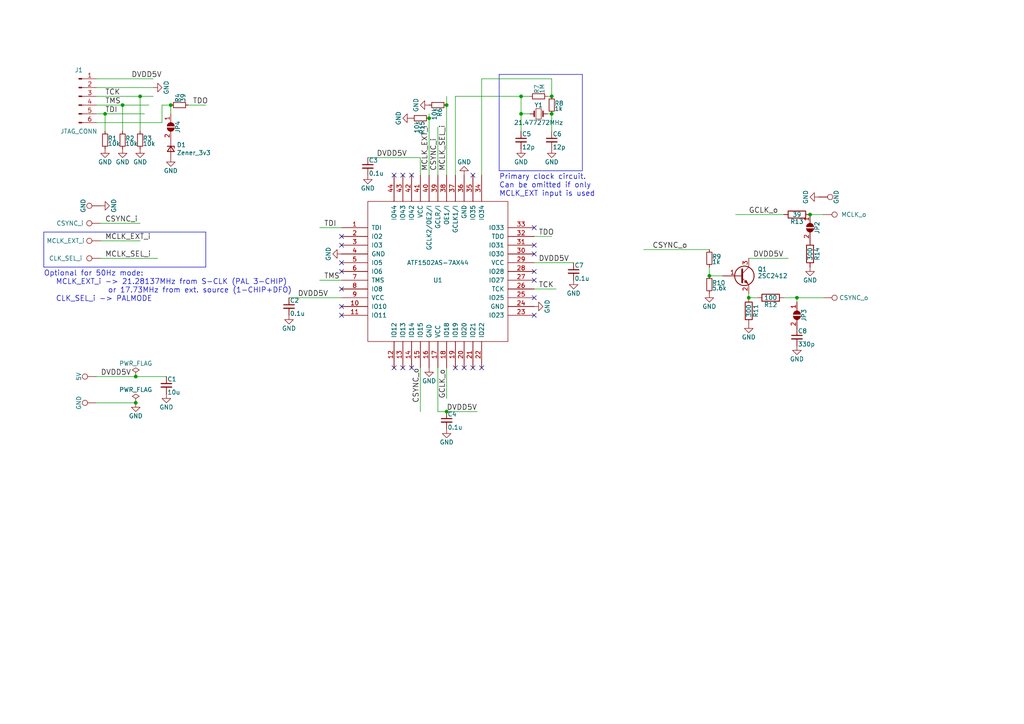
<source format=kicad_sch>
(kicad_sch (version 20221206) (generator eeschema)
  (paper "A4")
  (title_block (title "snes_dejitter") (date "2018-08-01") (rev "1.3"))
  (lib_symbols
    (symbol "Connector:Conn_01x06_Male" (pin_names (offset 1.016) hide)
      (property "Reference" "J" (at 0 7.62 0))
      (property "Value" "Conn_01x06_Male" (at 0 -10.16 0))
      (symbol "Conn_01x06_Male_1_1"
        (polyline (pts (xy 1.27 -7.62) (xy 0.8636 -7.62)) (stroke (width 0.1524)))
        (polyline (pts (xy 1.27 -5.08) (xy 0.8636 -5.08)) (stroke (width 0.1524)))
        (polyline (pts (xy 1.27 -2.54) (xy 0.8636 -2.54)) (stroke (width 0.1524)))
        (polyline (pts (xy 1.27 0) (xy 0.8636 0)) (stroke (width 0.1524)))
        (polyline (pts (xy 1.27 2.54) (xy 0.8636 2.54)) (stroke (width 0.1524)))
        (polyline (pts (xy 1.27 5.08) (xy 0.8636 5.08)) (stroke (width 0.1524)))
        (rectangle (start 0.8636 -7.493) (end 0 -7.747) (stroke (width 0.1524)) (fill (type outline)))
        (rectangle (start 0.8636 -4.953) (end 0 -5.207) (stroke (width 0.1524)) (fill (type outline)))
        (rectangle (start 0.8636 -2.413) (end 0 -2.667) (stroke (width 0.1524)) (fill (type outline)))
        (rectangle (start 0.8636 0.127) (end 0 -0.127) (stroke (width 0.1524)) (fill (type outline)))
        (rectangle (start 0.8636 2.667) (end 0 2.413) (stroke (width 0.1524)) (fill (type outline)))
        (rectangle (start 0.8636 5.207) (end 0 4.953) (stroke (width 0.1524)) (fill (type outline)))
        (pin passive line (at 5.08 5.08 180) (length 3.81) (name "Pin_1") (number "1"))
        (pin passive line (at 5.08 2.54 180) (length 3.81) (name "Pin_2") (number "2"))
        (pin passive line (at 5.08 0 180) (length 3.81) (name "Pin_3") (number "3"))
        (pin passive line (at 5.08 -2.54 180) (length 3.81) (name "Pin_4") (number "4"))
        (pin passive line (at 5.08 -5.08 180) (length 3.81) (name "Pin_5") (number "5"))
        (pin passive line (at 5.08 -7.62 180) (length 3.81) (name "Pin_6") (number "6"))
      )
    )
    (symbol "Connector:TestPoint" (pin_numbers hide) (pin_names (offset 0.762) hide)
      (property "Reference" "TP" (at 0 6.858 0))
      (property "Value" "TestPoint" (at 0 5.08 0))
      (symbol "TestPoint_0_1"
        (circle (center 0 3.302) (radius 0.762))
      )
      (symbol "TestPoint_1_1"
        (pin passive line (at 0 0 90) (length 2.54) (name "1") (number "1"))
      )
    )
    (symbol "Device:C_Small" (pin_numbers hide) (pin_names (offset 0.254) hide)
      (property "Reference" "C" (at 0.254 1.778 0))
      (property "Value" "C_Small" (at 0.254 -2.032 0))
      (symbol "C_Small_0_1"
        (polyline (pts (xy -1.524 -0.508) (xy 1.524 -0.508)) (stroke (width 0.3302)))
        (polyline (pts (xy -1.524 0.508) (xy 1.524 0.508)) (stroke (width 0.3048)))
      )
      (symbol "C_Small_1_1"
        (pin passive line (at 0 2.54 270) (length 2.032) (name "~") (number "1"))
        (pin passive line (at 0 -2.54 90) (length 2.032) (name "~") (number "2"))
      )
    )
    (symbol "Device:Crystal_Small" (pin_numbers hide) (pin_names (offset 1.016) hide)
      (property "Reference" "Y" (at 0 2.54 0))
      (property "Value" "Crystal_Small" (at 0 -2.54 0))
      (symbol "Crystal_Small_0_1"
        (rectangle (start -0.762 -1.524) (end 0.762 1.524))
        (polyline (pts (xy -1.27 -0.762) (xy -1.27 0.762)) (stroke (width 0.381)))
        (polyline (pts (xy 1.27 -0.762) (xy 1.27 0.762)) (stroke (width 0.381)))
      )
      (symbol "Crystal_Small_1_1"
        (pin passive line (at -2.54 0 0) (length 1.27) (name "1") (number "1"))
        (pin passive line (at 2.54 0 180) (length 1.27) (name "2") (number "2"))
      )
    )
    (symbol "Device:D_Zener_Small" (pin_numbers hide) (pin_names (offset 0.254) hide)
      (property "Reference" "D" (at 0 2.286 0))
      (property "Value" "D_Zener_Small" (at 0 -2.286 0))
      (symbol "D_Zener_Small_0_1"
        (polyline (pts (xy 0.762 0) (xy -0.762 0)))
        (polyline (pts (xy -0.254 1.016) (xy -0.762 1.016) (xy -0.762 -1.016)) (stroke (width 0.254)))
        (polyline (pts (xy 0.762 1.016) (xy -0.762 0) (xy 0.762 -1.016) (xy 0.762 1.016)) (stroke (width 0.254)))
      )
      (symbol "D_Zener_Small_1_1"
        (pin passive line (at -2.54 0 0) (length 1.778) (name "K") (number "1"))
        (pin passive line (at 2.54 0 180) (length 1.778) (name "A") (number "2"))
      )
    )
    (symbol "Device:R" (pin_numbers hide) (pin_names (offset 0))
      (property "Reference" "R" (at 2.032 0 90))
      (property "Value" "R" (at 0 0 90))
      (symbol "R_0_1"
        (rectangle (start -1.016 -2.54) (end 1.016 2.54) (stroke (width 0.254)))
      )
      (symbol "R_1_1"
        (pin passive line (at 0 3.81 270) (length 1.27) (name "~") (number "1"))
        (pin passive line (at 0 -3.81 90) (length 1.27) (name "~") (number "2"))
      )
    )
    (symbol "Device:R_Small" (pin_numbers hide) (pin_names (offset 0.254) hide)
      (property "Reference" "R" (at 0.762 0.508 0))
      (property "Value" "R_Small" (at 0.762 -1.016 0))
      (symbol "R_Small_0_1"
        (rectangle (start -0.762 1.778) (end 0.762 -1.778) (stroke (width 0.2032)))
      )
      (symbol "R_Small_1_1"
        (pin passive line (at 0 2.54 270) (length 0.762) (name "~") (number "1"))
        (pin passive line (at 0 -2.54 90) (length 0.762) (name "~") (number "2"))
      )
    )
    (symbol "Jumper:SolderJumper_2_Open" (pin_names (offset 0) hide)
      (property "Reference" "JP" (at 0 2.032 0))
      (property "Value" "SolderJumper_2_Open" (at 0 -2.54 0))
      (symbol "SolderJumper_2_Open_0_1"
        (arc (start -0.254 1.016) (mid -1.2656 0) (end -0.254 -1.016))
        (arc (start -0.254 1.016) (mid -1.2656 0) (end -0.254 -1.016) (fill (type outline)))
        (polyline (pts (xy -0.254 1.016) (xy -0.254 -1.016)))
        (polyline (pts (xy 0.254 1.016) (xy 0.254 -1.016)))
        (arc (start 0.254 -1.016) (mid 1.2656 0) (end 0.254 1.016))
        (arc (start 0.254 -1.016) (mid 1.2656 0) (end 0.254 1.016) (fill (type outline)))
      )
      (symbol "SolderJumper_2_Open_1_1"
        (pin passive line (at -3.81 0 0) (length 2.54) (name "A") (number "1"))
        (pin passive line (at 3.81 0 180) (length 2.54) (name "B") (number "2"))
      )
    )
    (symbol "Transistor_BJT:BC847" (pin_names (offset 0) hide)
      (property "Reference" "Q" (at 5.08 1.905 0))
      (property "Value" "BC847" (at 5.08 0 0))
      (symbol "BC847_0_1"
        (polyline (pts (xy 0.635 0.635) (xy 2.54 2.54)))
        (polyline (pts (xy 0.635 -0.635) (xy 2.54 -2.54) (xy 2.54 -2.54)))
        (polyline (pts (xy 0.635 1.905) (xy 0.635 -1.905) (xy 0.635 -1.905)) (stroke (width 0.508)))
        (polyline (pts (xy 1.27 -1.778) (xy 1.778 -1.27) (xy 2.286 -2.286) (xy 1.27 -1.778) (xy 1.27 -1.778)) (fill (type outline)))
        (circle (center 1.27 0) (radius 2.8194) (stroke (width 0.254)))
      )
      (symbol "BC847_1_1"
        (pin input line (at -5.08 0 0) (length 5.715) (name "B") (number "1"))
        (pin passive line (at 2.54 -5.08 90) (length 2.54) (name "E") (number "2"))
        (pin passive line (at 2.54 5.08 270) (length 2.54) (name "C") (number "3"))
      )
    )
    (symbol "custom_components:ATF1502AS-7AX44" (pin_names (offset 1.016))
      (property "Reference" "U" (at 0 -2.54 0))
      (property "Value" "ATF1502AS-7AX44" (at 0 2.54 0))
      (symbol "ATF1502AS-7AX44_1_0"
        (rectangle (start -20.32 -20.32) (end 20.32 20.32))
      )
      (symbol "ATF1502AS-7AX44_1_1"
        (pin input line (at -27.94 12.7 0) (length 7.62) (name "TDI") (number "1"))
        (pin bidirectional line (at -27.94 -10.16 0) (length 7.62) (name "IO10") (number "10"))
        (pin bidirectional line (at -27.94 -12.7 0) (length 7.62) (name "IO11") (number "11"))
        (pin bidirectional line (at -12.7 -27.94 90) (length 7.62) (name "IO12") (number "12"))
        (pin bidirectional line (at -10.16 -27.94 90) (length 7.62) (name "IO13") (number "13"))
        (pin bidirectional line (at -7.62 -27.94 90) (length 7.62) (name "IO14") (number "14"))
        (pin bidirectional line (at -5.08 -27.94 90) (length 7.62) (name "IO15") (number "15"))
        (pin power_in line (at -2.54 -27.94 90) (length 7.62) (name "GND") (number "16"))
        (pin power_in line (at 0 -27.94 90) (length 7.62) (name "VCC") (number "17"))
        (pin bidirectional line (at 2.54 -27.94 90) (length 7.62) (name "IO18") (number "18"))
        (pin bidirectional line (at 5.08 -27.94 90) (length 7.62) (name "IO19") (number "19"))
        (pin bidirectional line (at -27.94 10.16 0) (length 7.62) (name "IO2") (number "2"))
        (pin bidirectional line (at 7.62 -27.94 90) (length 7.62) (name "IO20") (number "20"))
        (pin bidirectional line (at 10.16 -27.94 90) (length 7.62) (name "IO21") (number "21"))
        (pin bidirectional line (at 12.7 -27.94 90) (length 7.62) (name "IO22") (number "22"))
        (pin bidirectional line (at 27.94 -12.7 180) (length 7.62) (name "IO23") (number "23"))
        (pin power_in line (at 27.94 -10.16 180) (length 7.62) (name "GND") (number "24"))
        (pin bidirectional line (at 27.94 -7.62 180) (length 7.62) (name "IO25") (number "25"))
        (pin input line (at 27.94 -5.08 180) (length 7.62) (name "TCK") (number "26"))
        (pin bidirectional line (at 27.94 -2.54 180) (length 7.62) (name "IO27") (number "27"))
        (pin bidirectional line (at 27.94 0 180) (length 7.62) (name "IO28") (number "28"))
        (pin power_in line (at 27.94 2.54 180) (length 7.62) (name "VCC") (number "29"))
        (pin bidirectional line (at -27.94 7.62 0) (length 7.62) (name "IO3") (number "3"))
        (pin bidirectional line (at 27.94 5.08 180) (length 7.62) (name "IO30") (number "30"))
        (pin bidirectional line (at 27.94 7.62 180) (length 7.62) (name "IO31") (number "31"))
        (pin output line (at 27.94 10.16 180) (length 7.62) (name "TDO") (number "32"))
        (pin bidirectional line (at 27.94 12.7 180) (length 7.62) (name "IO33") (number "33"))
        (pin bidirectional line (at 12.7 27.94 270) (length 7.62) (name "IO34") (number "34"))
        (pin bidirectional line (at 10.16 27.94 270) (length 7.62) (name "IO35") (number "35"))
        (pin power_in line (at 7.62 27.94 270) (length 7.62) (name "GND") (number "36"))
        (pin input line (at 5.08 27.94 270) (length 7.62) (name "GCLK1/I") (number "37"))
        (pin input line (at 2.54 27.94 270) (length 7.62) (name "OE1/I") (number "38"))
        (pin input line (at 0 27.94 270) (length 7.62) (name "GCLR/I") (number "39"))
        (pin power_in line (at -27.94 5.08 0) (length 7.62) (name "GND") (number "4"))
        (pin input line (at -2.54 27.94 270) (length 7.62) (name "GCLK2/OE2/I") (number "40"))
        (pin power_in line (at -5.08 27.94 270) (length 7.62) (name "VCC") (number "41"))
        (pin bidirectional line (at -7.62 27.94 270) (length 7.62) (name "IO42") (number "42"))
        (pin bidirectional line (at -10.16 27.94 270) (length 7.62) (name "IO43") (number "43"))
        (pin bidirectional line (at -12.7 27.94 270) (length 7.62) (name "IO44") (number "44"))
        (pin bidirectional line (at -27.94 2.54 0) (length 7.62) (name "IO5") (number "5"))
        (pin bidirectional line (at -27.94 0 0) (length 7.62) (name "IO6") (number "6"))
        (pin input line (at -27.94 -2.54 0) (length 7.62) (name "TMS") (number "7"))
        (pin bidirectional line (at -27.94 -5.08 0) (length 7.62) (name "IO8") (number "8"))
        (pin power_in line (at -27.94 -7.62 0) (length 7.62) (name "VCC") (number "9"))
      )
    )
    (symbol "power:GND" (power) (pin_names (offset 0))
      (property "Value" "GND" (at 0 -3.81 0))
      (symbol "GND_0_1"
        (polyline (pts (xy 0 0) (xy 0 -1.27) (xy 1.27 -1.27) (xy 0 -2.54) (xy -1.27 -1.27) (xy 0 -1.27)))
      )
      (symbol "GND_1_1"
        (pin power_in line (at 0 0 270) (length 0) hide (name "GND") (number "1"))
      )
    )
    (symbol "power:PWR_FLAG" (power) (pin_numbers hide) (pin_names (offset 0) hide)
      (property "Value" "PWR_FLAG" (at 0 3.81 0))
      (symbol "PWR_FLAG_0_0"
        (pin power_out line (at 0 0 90) (length 0) (name "pwr") (number "1"))
      )
      (symbol "PWR_FLAG_0_1"
        (polyline (pts (xy 0 0) (xy 0 1.27) (xy -1.016 1.905) (xy 0 2.54) (xy 1.016 1.905) (xy 0 1.27)))
      )
    )
  )
  (junction (at 129.54 119.38))
  (junction (at 160.02 27.94))
  (junction (at 217.17 86.36))
  (junction (at 49.53 30.48))
  (junction (at 151.13 27.94))
  (junction (at 231.14 86.36))
  (junction (at 234.95 62.23))
  (junction (at 205.74 80.01))
  (junction (at 30.48 33.02))
  (junction (at 40.64 27.94))
  (junction (at 39.37 109.22))
  (junction (at 39.37 116.84))
  (junction (at 124.46 34.29))
  (junction (at 129.54 30.48))
  (junction (at 160.02 33.02))
  (junction (at 35.56 30.48))
  (junction (at 151.13 33.02))
  (no_connect (at 119.38 50.8))
  (no_connect (at 114.3 106.68))
  (no_connect (at 134.62 106.68))
  (no_connect (at 99.06 76.2))
  (no_connect (at 99.06 71.12))
  (no_connect (at 154.94 66.04))
  (no_connect (at 116.84 106.68))
  (no_connect (at 154.94 86.36))
  (no_connect (at 154.94 71.12))
  (no_connect (at 154.94 91.44))
  (no_connect (at 99.06 88.9))
  (no_connect (at 132.08 106.68))
  (no_connect (at 137.16 50.8))
  (no_connect (at 154.94 73.66))
  (no_connect (at 154.94 78.74))
  (no_connect (at 99.06 68.58))
  (no_connect (at 154.94 81.28))
  (no_connect (at 99.06 91.44))
  (no_connect (at 99.06 78.74))
  (no_connect (at 137.16 106.68))
  (no_connect (at 119.38 106.68))
  (no_connect (at 99.06 83.82))
  (no_connect (at 139.7 106.68))
  (no_connect (at 114.3 50.8))
  (no_connect (at 116.84 50.8))
  (wire (pts (xy 39.37 109.22) (xy 48.26 109.22)))
  (wire (pts (xy 45.72 74.93) (xy 29.21 74.93)))
  (wire (pts (xy 27.94 25.4) (xy 44.45 25.4)))
  (wire (pts (xy 27.94 109.22) (xy 39.37 109.22)))
  (wire (pts (xy 46.99 30.48) (xy 49.53 30.48)))
  (polyline (pts (xy 144.78 49.53) (xy 144.78 21.59)))
  (wire (pts (xy 35.56 38.1) (xy 35.56 30.48)))
  (wire (pts (xy 139.7 22.86) (xy 160.02 22.86)))
  (wire (pts (xy 127 106.68) (xy 127 119.38)))
  (wire (pts (xy 160.02 22.86) (xy 160.02 27.94)))
  (wire (pts (xy 166.37 76.2) (xy 154.94 76.2)))
  (wire (pts (xy 40.64 38.1) (xy 40.64 27.94)))
  (wire (pts (xy 227.33 86.36) (xy 231.14 86.36)))
  (wire (pts (xy 27.94 27.94) (xy 40.64 27.94)))
  (wire (pts (xy 127 119.38) (xy 129.54 119.38)))
  (wire (pts (xy 129.54 50.8) (xy 129.54 30.48)))
  (wire (pts (xy 205.74 77.47) (xy 205.74 80.01)))
  (wire (pts (xy 161.29 83.82) (xy 154.94 83.82)))
  (wire (pts (xy 129.54 106.68) (xy 129.54 115.57)))
  (wire (pts (xy 30.48 33.02) (xy 30.48 38.1)))
  (wire (pts (xy 106.68 45.72) (xy 121.92 45.72)))
  (wire (pts (xy 213.36 62.23) (xy 227.33 62.23)))
  (wire (pts (xy 228.6 74.93) (xy 217.17 74.93)))
  (wire (pts (xy 151.13 33.02) (xy 151.13 38.1)))
  (wire (pts (xy 124.46 34.29) (xy 124.46 50.8)))
  (wire (pts (xy 54.61 30.48) (xy 59.69 30.48)))
  (wire (pts (xy 27.94 30.48) (xy 35.56 30.48)))
  (polyline (pts (xy 12.7 77.47) (xy 59.69 77.47)))
  (polyline (pts (xy 168.91 49.53) (xy 144.78 49.53)))
  (polyline (pts (xy 168.91 21.59) (xy 168.91 49.53)))
  (wire (pts (xy 158.75 27.94) (xy 160.02 27.94)))
  (wire (pts (xy 132.08 50.8) (xy 132.08 27.94)))
  (polyline (pts (xy 59.69 77.47) (xy 59.69 67.31)))
  (wire (pts (xy 231.14 86.36) (xy 231.14 87.63)))
  (wire (pts (xy 139.7 22.86) (xy 139.7 50.8)))
  (polyline (pts (xy 12.7 67.31) (xy 59.69 67.31)))
  (wire (pts (xy 219.71 86.36) (xy 217.17 86.36)))
  (wire (pts (xy 127 50.8) (xy 127 36.83)))
  (wire (pts (xy 217.17 86.36) (xy 217.17 85.09)))
  (wire (pts (xy 238.76 62.23) (xy 234.95 62.23)))
  (wire (pts (xy 27.94 22.86) (xy 44.45 22.86)))
  (wire (pts (xy 129.54 119.38) (xy 138.43 119.38)))
  (wire (pts (xy 231.14 86.36) (xy 238.76 86.36)))
  (wire (pts (xy 99.06 81.28) (xy 92.71 81.28)))
  (wire (pts (xy 92.71 66.04) (xy 99.06 66.04)))
  (wire (pts (xy 160.02 68.58) (xy 154.94 68.58)))
  (wire (pts (xy 129.54 30.48) (xy 129.54 27.94)))
  (wire (pts (xy 121.92 45.72) (xy 121.92 50.8)))
  (wire (pts (xy 40.64 27.94) (xy 44.45 27.94)))
  (wire (pts (xy 49.53 33.02) (xy 49.53 30.48)))
  (wire (pts (xy 46.99 35.56) (xy 46.99 30.48)))
  (wire (pts (xy 151.13 27.94) (xy 151.13 33.02)))
  (wire (pts (xy 186.69 72.39) (xy 205.74 72.39)))
  (wire (pts (xy 27.94 33.02) (xy 30.48 33.02)))
  (wire (pts (xy 83.82 86.36) (xy 99.06 86.36)))
  (wire (pts (xy 151.13 33.02) (xy 153.67 33.02)))
  (wire (pts (xy 40.64 64.77) (xy 29.21 64.77)))
  (wire (pts (xy 30.48 33.02) (xy 41.91 33.02)))
  (wire (pts (xy 132.08 27.94) (xy 151.13 27.94)))
  (wire (pts (xy 160.02 33.02) (xy 160.02 38.1)))
  (wire (pts (xy 158.75 33.02) (xy 160.02 33.02)))
  (wire (pts (xy 39.37 116.84) (xy 27.94 116.84)))
  (wire (pts (xy 151.13 27.94) (xy 153.67 27.94)))
  (wire (pts (xy 40.64 69.85) (xy 29.21 69.85)))
  (wire (pts (xy 121.92 106.68) (xy 121.92 119.38)))
  (wire (pts (xy 27.94 35.56) (xy 46.99 35.56)))
  (polyline (pts (xy 12.7 77.47) (xy 12.7 67.31)))
  (polyline (pts (xy 144.78 21.59) (xy 168.91 21.59)))
  (wire (pts (xy 35.56 30.48) (xy 43.18 30.48)))
  (wire (pts (xy 205.74 80.01) (xy 209.55 80.01)))
  (wire (pts (xy 124.46 33.02) (xy 124.46 34.29)))
  (text "Primary clock circuit.\nCan be omitted if only\nMCLK_EXT input is used" (at 144.78 57.15 0) (effects (font (size 1.524 1.524)) (justify left bottom)))
  (text "Optional for 50Hz mode:\n   MCLK_EXT_i -> 21.28137MHz from S-CLK (PAL 3-CHIP)\n                or 17.73MHz from ext. source (1-CHIP+DFO)\n   CLK_SEL_i -> PALMODE" (at 12.7 87.63 0) (effects (font (size 1.524 1.524)) (justify left bottom)))
  (label "TDI" (at 93.98 66.04 0) (effects (font (size 1.524 1.524))))
  (label "DVDD5V" (at 38.1 22.86 0) (effects (font (size 1.524 1.524))))
  (label "TDO" (at 156.21 68.58 0) (effects (font (size 1.524 1.524))))
  (label "CSYNC_i" (at 127 49.53 90) (effects (font (size 1.524 1.524))))
  (label "MCLK_EXT_i" (at 124.46 49.53 90) (effects (font (size 1.524 1.524))))
  (label "TMS" (at 93.98 81.28 0) (effects (font (size 1.524 1.524))))
  (label "CSYNC_o" (at 189.23 72.39 0) (effects (font (size 1.524 1.524))))
  (label "TDI" (at 30.48 33.02 0) (effects (font (size 1.524 1.524))))
  (label "TMS" (at 30.48 30.48 0) (effects (font (size 1.524 1.524))))
  (label "DVDD5V" (at 109.22 45.72 0) (effects (font (size 1.524 1.524))))
  (label "DVDD5V" (at 156.21 76.2 0) (effects (font (size 1.524 1.524))))
  (label "CSYNC_o" (at 121.92 116.84 90) (effects (font (size 1.524 1.524))))
  (label "TDO" (at 55.88 30.48 0) (effects (font (size 1.524 1.524))))
  (label "TCK" (at 30.48 27.94 0) (effects (font (size 1.524 1.524))))
  (label "GCLK_o" (at 129.54 115.57 90) (effects (font (size 1.524 1.524))))
  (label "DVDD5V" (at 129.54 119.38 0) (effects (font (size 1.524 1.524))))
  (label "MCLK_EXT_i" (at 30.48 69.85 0) (effects (font (size 1.524 1.524))))
  (label "DVDD5V" (at 29.21 109.22 0) (effects (font (size 1.524 1.524))))
  (label "TCK" (at 156.21 83.82 0) (effects (font (size 1.524 1.524))))
  (label "MCLK_SEL_i" (at 129.54 49.53 90) (effects (font (size 1.524 1.524))))
  (label "CSYNC_i" (at 30.48 64.77 0) (effects (font (size 1.524 1.524))))
  (label "GCLK_o" (at 217.17 62.23 0) (effects (font (size 1.524 1.524))))
  (label "DVDD5V" (at 86.36 86.36 0) (effects (font (size 1.524 1.524))))
  (label "MCLK_SEL_i" (at 30.48 74.93 0) (effects (font (size 1.524 1.524))))
  (label "DVDD5V" (at 218.44 74.93 0) (effects (font (size 1.524 1.524))))
  (symbol (lib_id "Connector:Conn_01x06_Male") (at 22.86 27.94 0) (unit 1)
    (property "Reference" "J1" (at 22.86 20.32 0))
    (property "Value" "JTAG_CONN" (at 22.86 38.1 0))
    (property "Footprint" "Connector_PinHeader_2.00mm:PinHeader_1x06_P2.00mm_Vertical" (effects hide))
  )
  (symbol (lib_id "power:GND") (at 44.45 25.4 90) (unit 1)
    (property "Reference" "#PWR01" (effects hide))
    (property "Value" "GND" (at 48.26 25.4 0))
  )
  (symbol (lib_id "Connector:TestPoint") (at 29.21 64.77 90) (unit 1)
    (property "Reference" "J5" (effects hide))
    (property "Value" "CSYNC_i" (at 20.32 64.77 90))
    (property "Footprint" "custom_components:SMD_PAD" (effects hide))
  )
  (symbol (lib_id "Device:C_Small") (at 83.82 88.9 0) (unit 1)
    (property "Reference" "C2" (at 84.074 87.122 0) (effects (justify left)))
    (property "Value" "0.1u" (at 84.074 90.932 0) (effects (justify left)))
    (property "Footprint" "Capacitor_SMD:C_0402_1005Metric" (effects hide))
  )
  (symbol (lib_id "power:GND") (at 83.82 91.44 0) (unit 1)
    (property "Reference" "#PWR02" (effects hide))
    (property "Value" "GND" (at 83.82 95.25 0))
  )
  (symbol (lib_id "power:GND") (at 99.06 73.66 270) (unit 1)
    (property "Reference" "#PWR03" (effects hide))
    (property "Value" "GND" (at 95.25 73.66 0))
  )
  (symbol (lib_id "Device:C_Small") (at 48.26 111.76 0) (unit 1)
    (property "Reference" "C1" (at 48.514 109.982 0) (effects (justify left)))
    (property "Value" "10u" (at 48.514 113.792 0) (effects (justify left)))
    (property "Footprint" "Capacitor_SMD:C_0603_1608Metric" (effects hide))
  )
  (symbol (lib_id "power:GND") (at 48.26 114.3 0) (unit 1)
    (property "Reference" "#PWR04" (effects hide))
    (property "Value" "GND" (at 48.26 118.11 0))
  )
  (symbol (lib_id "Device:C_Small") (at 129.54 121.92 0) (unit 1)
    (property "Reference" "C4" (at 129.794 120.142 0) (effects (justify left)))
    (property "Value" "0.1u" (at 129.794 123.952 0) (effects (justify left)))
    (property "Footprint" "Capacitor_SMD:C_0402_1005Metric" (effects hide))
  )
  (symbol (lib_id "power:GND") (at 129.54 124.46 0) (unit 1)
    (property "Reference" "#PWR05" (effects hide))
    (property "Value" "GND" (at 129.54 128.27 0))
  )
  (symbol (lib_id "power:GND") (at 124.46 106.68 0) (unit 1)
    (property "Reference" "#PWR06" (effects hide))
    (property "Value" "GND" (at 124.46 110.49 0))
  )
  (symbol (lib_id "Device:C_Small") (at 166.37 78.74 0) (unit 1)
    (property "Reference" "C7" (at 166.624 76.962 0) (effects (justify left)))
    (property "Value" "0.1u" (at 166.624 80.772 0) (effects (justify left)))
    (property "Footprint" "Capacitor_SMD:C_0402_1005Metric" (effects hide))
  )
  (symbol (lib_id "power:GND") (at 166.37 81.28 0) (unit 1)
    (property "Reference" "#PWR07" (effects hide))
    (property "Value" "GND" (at 166.37 85.09 0))
  )
  (symbol (lib_id "Connector:TestPoint") (at 27.94 116.84 90) (unit 1)
    (property "Reference" "J3" (effects hide))
    (property "Value" "GND" (at 22.86 116.84 0))
    (property "Footprint" "custom_components:SMD_PAD" (effects hide))
  )
  (symbol (lib_id "power:GND") (at 39.37 116.84 0) (unit 1)
    (property "Reference" "#PWR08" (effects hide))
    (property "Value" "GND" (at 39.37 120.65 0))
  )
  (symbol (lib_id "Connector:TestPoint") (at 27.94 109.22 90) (unit 1)
    (property "Reference" "J2" (effects hide))
    (property "Value" "5V" (at 22.86 109.22 0))
    (property "Footprint" "custom_components:SMD_PAD" (effects hide))
  )
  (symbol (lib_id "Device:Crystal_Small") (at 156.21 33.02 0) (unit 1)
    (property "Reference" "Y1" (at 156.21 30.48 0))
    (property "Value" "21.477272MHz" (at 156.21 35.56 0))
    (property "Footprint" "Crystals:Crystal_HC49-U_Vertical" (effects hide))
  )
  (symbol (lib_id "Device:C_Small") (at 151.13 40.64 0) (unit 1)
    (property "Reference" "C5" (at 151.384 38.862 0) (effects (justify left)))
    (property "Value" "12p" (at 151.384 42.672 0) (effects (justify left)))
    (property "Footprint" "Capacitor_SMD:C_0402_1005Metric" (effects hide))
  )
  (symbol (lib_id "Device:C_Small") (at 160.02 40.64 0) (unit 1)
    (property "Reference" "C6" (at 160.274 38.862 0) (effects (justify left)))
    (property "Value" "12p" (at 160.274 42.672 0) (effects (justify left)))
    (property "Footprint" "Capacitor_SMD:C_0402_1005Metric" (effects hide))
  )
  (symbol (lib_id "power:GND") (at 151.13 43.18 0) (unit 1)
    (property "Reference" "#PWR09" (effects hide))
    (property "Value" "GND" (at 151.13 46.99 0))
  )
  (symbol (lib_id "power:GND") (at 160.02 43.18 0) (unit 1)
    (property "Reference" "#PWR010" (effects hide))
    (property "Value" "GND" (at 160.02 46.99 0))
  )
  (symbol (lib_id "Device:R_Small") (at 160.02 30.48 0) (unit 1)
    (property "Reference" "R8" (at 160.782 29.972 0) (effects (justify left)))
    (property "Value" "1k" (at 160.782 31.496 0) (effects (justify left)))
    (property "Footprint" "Resistor_SMD:R_0402_1005Metric" (effects hide))
  )
  (symbol (lib_id "Device:R_Small") (at 156.21 27.94 90) (unit 1)
    (property "Reference" "R7" (at 155.702 27.178 0) (effects (justify left)))
    (property "Value" "1M" (at 157.226 27.178 0) (effects (justify left)))
    (property "Footprint" "Resistor_SMD:R_0402_1005Metric" (effects hide))
  )
  (symbol (lib_id "Connector:TestPoint") (at 29.21 69.85 90) (unit 1)
    (property "Reference" "J6" (effects hide))
    (property "Value" "MCLK_EXT_i" (at 19.05 69.85 90))
    (property "Footprint" "custom_components:SMD_PAD" (effects hide))
  )
  (symbol (lib_id "Connector:TestPoint") (at 29.21 74.93 90) (unit 1)
    (property "Reference" "J7" (effects hide))
    (property "Value" "CLK_SEL_i" (at 19.05 74.93 90))
    (property "Footprint" "custom_components:SMD_PAD" (effects hide))
  )
  (symbol (lib_id "power:PWR_FLAG") (at 39.37 109.22 0) (unit 1)
    (property "Reference" "#FLG011" (effects hide))
    (property "Value" "PWR_FLAG" (at 39.37 105.41 0))
  )
  (symbol (lib_id "Connector:TestPoint") (at 238.76 62.23 270) (unit 1)
    (property "Reference" "J9" (effects hide))
    (property "Value" "MCLK_o" (at 247.65 62.23 90))
    (property "Footprint" "custom_components:SMD_PAD" (effects hide))
  )
  (symbol (lib_id "Transistor_BJT:BC847") (at 214.63 80.01 0) (unit 1)
    (property "Reference" "Q1" (at 219.71 78.105 0) (effects (justify left)))
    (property "Value" "2SC2412" (at 219.71 80.01 0) (effects (justify left)))
    (property "Footprint" "Package_TO_SOT_SMD:SOT-23" (effects hide))
  )
  (symbol (lib_id "Device:R") (at 217.17 90.17 0) (unit 1)
    (property "Reference" "R11" (at 219.202 90.17 90))
    (property "Value" "300" (at 217.17 90.17 90))
    (property "Footprint" "Resistor_SMD:R_0402_1005Metric" (effects hide))
  )
  (symbol (lib_id "Device:R") (at 223.52 86.36 270) (unit 1)
    (property "Reference" "R12" (at 223.52 88.392 90))
    (property "Value" "100" (at 223.52 86.36 90))
    (property "Footprint" "Resistor_SMD:R_0402_1005Metric" (effects hide))
  )
  (symbol (lib_id "power:GND") (at 217.17 93.98 0) (unit 1)
    (property "Reference" "#PWR012" (effects hide))
    (property "Value" "GND" (at 217.17 97.79 0))
  )
  (symbol (lib_id "Connector:TestPoint") (at 238.76 86.36 270) (unit 1)
    (property "Reference" "J10" (effects hide))
    (property "Value" "CSYNC_o" (at 247.65 86.36 90))
    (property "Footprint" "custom_components:SMD_PAD" (effects hide))
  )
  (symbol (lib_id "power:PWR_FLAG") (at 39.37 116.84 0) (unit 1)
    (property "Reference" "#FLG013" (effects hide))
    (property "Value" "PWR_FLAG" (at 39.37 113.03 0))
  )
  (symbol (lib_id "Device:C_Small") (at 231.14 97.79 0) (unit 1)
    (property "Reference" "C8" (at 231.394 96.012 0) (effects (justify left)))
    (property "Value" "330p" (at 231.394 99.822 0) (effects (justify left)))
    (property "Footprint" "Capacitor_SMD:C_0402_1005Metric" (effects hide))
  )
  (symbol (lib_id "power:GND") (at 231.14 100.33 0) (unit 1)
    (property "Reference" "#PWR014" (effects hide))
    (property "Value" "GND" (at 231.14 104.14 0))
  )
  (symbol (lib_id "Device:R_Small") (at 127 30.48 270) (unit 1)
    (property "Reference" "R6" (at 127.508 31.242 0) (effects (justify left)))
    (property "Value" "10k" (at 125.984 31.242 0) (effects (justify left)))
    (property "Footprint" "Resistor_SMD:R_0402_1005Metric" (effects hide))
  )
  (symbol (lib_id "power:GND") (at 124.46 30.48 270) (unit 1)
    (property "Reference" "#PWR015" (effects hide))
    (property "Value" "GND" (at 120.65 30.48 0))
  )
  (symbol (lib_id "Device:C_Small") (at 106.68 48.26 0) (unit 1)
    (property "Reference" "C3" (at 106.934 46.482 0) (effects (justify left)))
    (property "Value" "0.1u" (at 106.934 50.292 0) (effects (justify left)))
    (property "Footprint" "Capacitor_SMD:C_0402_1005Metric" (effects hide))
  )
  (symbol (lib_id "power:GND") (at 106.68 50.8 0) (unit 1)
    (property "Reference" "#PWR016" (effects hide))
    (property "Value" "GND" (at 106.68 54.61 0))
  )
  (symbol (lib_id "power:GND") (at 134.62 50.8 180) (unit 1)
    (property "Reference" "#PWR017" (effects hide))
    (property "Value" "GND" (at 134.62 46.99 0))
  )
  (symbol (lib_id "Device:R_Small") (at 205.74 74.93 0) (unit 1)
    (property "Reference" "R9" (at 206.502 74.422 0) (effects (justify left)))
    (property "Value" "1k" (at 206.502 75.946 0) (effects (justify left)))
    (property "Footprint" "Resistor_SMD:R_0402_1005Metric" (effects hide))
  )
  (symbol (lib_id "Device:R_Small") (at 205.74 82.55 0) (unit 1)
    (property "Reference" "R10" (at 206.502 82.042 0) (effects (justify left)))
    (property "Value" "5.6k" (at 206.502 83.566 0) (effects (justify left)))
    (property "Footprint" "Resistor_SMD:R_0402_1005Metric" (effects hide))
  )
  (symbol (lib_id "power:GND") (at 205.74 85.09 0) (unit 1)
    (property "Reference" "#PWR018" (effects hide))
    (property "Value" "GND" (at 205.74 88.9 0))
  )
  (symbol (lib_id "power:GND") (at 154.94 88.9 90) (unit 1)
    (property "Reference" "#PWR019" (effects hide))
    (property "Value" "GND" (at 158.75 88.9 0))
  )
  (symbol (lib_id "Device:R_Small") (at 52.07 30.48 90) (unit 1)
    (property "Reference" "R4" (at 51.562 29.718 0) (effects (justify left)))
    (property "Value" "39" (at 53.086 29.718 0) (effects (justify left)))
    (property "Footprint" "Resistor_SMD:R_0402_1005Metric" (effects hide))
  )
  (symbol (lib_id "power:GND") (at 49.53 45.72 0) (unit 1)
    (property "Reference" "#PWR020" (effects hide))
    (property "Value" "GND" (at 49.53 49.53 0))
  )
  (symbol (lib_id "custom_components:ATF1502AS-7AX44") (at 127 78.74 0) (unit 1)
    (property "Reference" "U1" (at 127 81.28 0))
    (property "Value" "ATF1502AS-7AX44" (at 127 76.2 0))
    (property "Footprint" "SamacSys_Parts:PLCC127P1753X1753X457-44N" (effects hide))
    (property "Datasheet" "DOCUMENTATION" (effects hide))
  )
  (symbol (lib_id "Device:R_Small") (at 30.48 40.64 0) (unit 1)
    (property "Reference" "R1" (at 31.242 40.132 0) (effects (justify left)))
    (property "Value" "10k" (at 31.242 41.656 0) (effects (justify left)))
    (property "Footprint" "Resistor_SMD:R_0402_1005Metric" (effects hide))
  )
  (symbol (lib_id "Device:R_Small") (at 35.56 40.64 0) (unit 1)
    (property "Reference" "R2" (at 36.322 40.132 0) (effects (justify left)))
    (property "Value" "10k" (at 36.322 41.656 0) (effects (justify left)))
    (property "Footprint" "Resistor_SMD:R_0402_1005Metric" (effects hide))
  )
  (symbol (lib_id "Device:R_Small") (at 40.64 40.64 0) (unit 1)
    (property "Reference" "R3" (at 41.402 40.132 0) (effects (justify left)))
    (property "Value" "10k" (at 41.402 41.656 0) (effects (justify left)))
    (property "Footprint" "Resistor_SMD:R_0402_1005Metric" (effects hide))
  )
  (symbol (lib_id "power:GND") (at 35.56 43.18 0) (unit 1)
    (property "Reference" "#PWR021" (effects hide))
    (property "Value" "GND" (at 35.56 46.99 0))
  )
  (symbol (lib_id "power:GND") (at 40.64 43.18 0) (unit 1)
    (property "Reference" "#PWR022" (effects hide))
    (property "Value" "GND" (at 40.64 46.99 0))
  )
  (symbol (lib_id "power:GND") (at 30.48 43.18 0) (unit 1)
    (property "Reference" "#PWR023" (effects hide))
    (property "Value" "GND" (at 30.48 46.99 0))
  )
  (symbol (lib_id "Device:R") (at 234.95 73.66 0) (unit 1)
    (property "Reference" "R14" (at 236.982 73.66 90))
    (property "Value" "300" (at 234.95 73.66 90))
    (property "Footprint" "Resistor_SMD:R_0402_1005Metric" (effects hide))
  )
  (symbol (lib_id "Device:R") (at 231.14 62.23 270) (unit 1)
    (property "Reference" "R13" (at 231.14 64.262 90))
    (property "Value" "39" (at 231.14 62.23 90))
    (property "Footprint" "Resistor_SMD:R_0402_1005Metric" (effects hide))
  )
  (symbol (lib_id "power:GND") (at 234.95 77.47 0) (unit 1)
    (property "Reference" "#PWR024" (effects hide))
    (property "Value" "GND" (at 234.95 81.28 0))
  )
  (symbol (lib_id "Connector:TestPoint") (at 29.21 59.69 90) (unit 1)
    (property "Reference" "J4" (effects hide))
    (property "Value" "GND" (at 24.13 59.69 0))
    (property "Footprint" "custom_components:SMD_PAD" (effects hide))
  )
  (symbol (lib_id "power:GND") (at 29.21 59.69 90) (unit 1)
    (property "Reference" "#PWR025" (effects hide))
    (property "Value" "GND" (at 33.02 59.69 0))
  )
  (symbol (lib_id "Connector:TestPoint") (at 237.49 57.15 270) (unit 1)
    (property "Reference" "J8" (effects hide))
    (property "Value" "GND" (at 242.57 57.15 0))
    (property "Footprint" "custom_components:SMD_PAD" (effects hide))
  )
  (symbol (lib_id "power:GND") (at 237.49 57.15 270) (unit 1)
    (property "Reference" "#PWR026" (effects hide))
    (property "Value" "GND" (at 233.68 57.15 0))
  )
  (symbol (lib_id "Jumper:SolderJumper_2_Open") (at 231.14 91.44 270) (unit 1)
    (property "Reference" "JP3" (at 233.172 91.44 0))
    (property "Value" "Jumper_NO_Small" (effects hide))
    (property "Footprint" "custom_components:SMD_JUMPER" (effects hide))
  )
  (symbol (lib_id "Jumper:SolderJumper_2_Open") (at 234.95 66.04 270) (unit 1)
    (property "Reference" "JP2" (at 236.982 66.04 0))
    (property "Value" "Jumper_NO_Small" (effects hide))
    (property "Footprint" "custom_components:SMD_JUMPER" (effects hide))
  )
  (symbol (lib_id "Jumper:SolderJumper_2_Open") (at 49.53 36.83 270) (unit 1)
    (property "Reference" "JP4" (at 51.562 36.83 0))
    (property "Value" "Jumper_NO_Small" (effects hide))
    (property "Footprint" "custom_components:SMD_JUMPER" (effects hide))
  )
  (symbol (lib_id "Device:R_Small") (at 121.92 34.29 270) (unit 1)
    (property "Reference" "R15" (at 122.428 35.052 0) (effects (justify left)))
    (property "Value" "10k" (at 120.904 35.052 0) (effects (justify left)))
    (property "Footprint" "Resistor_SMD:R_0402_1005Metric" (effects hide))
  )
  (symbol (lib_id "power:GND") (at 119.38 34.29 270) (unit 1)
    (property "Reference" "#PWR0101" (effects hide))
    (property "Value" "GND" (at 115.57 34.29 0))
  )
  (symbol (lib_id "Device:D_Zener_Small") (at 49.53 43.18 270) (unit 1)
    (property "Reference" "D1" (at 51.2572 42.0116 90) (effects (justify left)))
    (property "Value" "Zener_3v3" (at 51.2572 44.323 90) (effects (justify left)))
    (property "Footprint" "custom_components:SOD-323_Handsoldering" (effects hide))
  )
)
</source>
